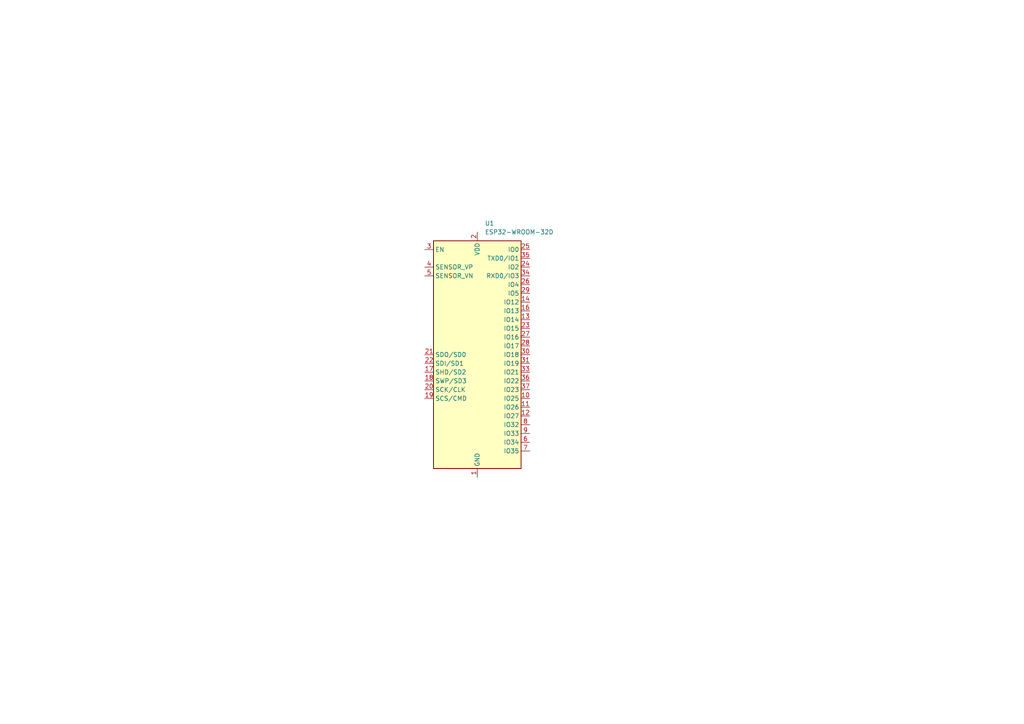
<source format=kicad_sch>
(kicad_sch (version 20230121) (generator eeschema)
  (paper "A4")
  (lib_symbols
    (symbol "RF_Module:ESP32-WROOM-32D"
      (property "Reference" "U" (at -12.7 34.29 0))
      (property "Value" "ESP32-WROOM-32D" (at 1.27 34.29 0))
      (symbol "ESP32-WROOM-32D_0_1"
        (rectangle (start -12.7 33.02) (end 12.7 -33.02) (stroke (width 0.254)) (fill (type background)))
      )
      (symbol "ESP32-WROOM-32D_1_1"
        (pin power_in line (at 0 -35.56 90) (length 2.54) (name "GND") (number "1"))
        (pin bidirectional line (at 15.24 -12.7 180) (length 2.54) (name "IO25") (number "10"))
        (pin bidirectional line (at 15.24 -15.24 180) (length 2.54) (name "IO26") (number "11"))
        (pin bidirectional line (at 15.24 -17.78 180) (length 2.54) (name "IO27") (number "12"))
        (pin bidirectional line (at 15.24 10.16 180) (length 2.54) (name "IO14") (number "13"))
        (pin bidirectional line (at 15.24 15.24 180) (length 2.54) (name "IO12") (number "14"))
        (pin passive line (at 0 -35.56 90) (length 2.54) hide (name "GND") (number "15"))
        (pin bidirectional line (at 15.24 12.7 180) (length 2.54) (name "IO13") (number "16"))
        (pin bidirectional line (at -15.24 -5.08 0) (length 2.54) (name "SHD/SD2") (number "17"))
        (pin bidirectional line (at -15.24 -7.62 0) (length 2.54) (name "SWP/SD3") (number "18"))
        (pin bidirectional line (at -15.24 -12.7 0) (length 2.54) (name "SCS/CMD") (number "19"))
        (pin power_in line (at 0 35.56 270) (length 2.54) (name "VDD") (number "2"))
        (pin bidirectional line (at -15.24 -10.16 0) (length 2.54) (name "SCK/CLK") (number "20"))
        (pin bidirectional line (at -15.24 0 0) (length 2.54) (name "SDO/SD0") (number "21"))
        (pin bidirectional line (at -15.24 -2.54 0) (length 2.54) (name "SDI/SD1") (number "22"))
        (pin bidirectional line (at 15.24 7.62 180) (length 2.54) (name "IO15") (number "23"))
        (pin bidirectional line (at 15.24 25.4 180) (length 2.54) (name "IO2") (number "24"))
        (pin bidirectional line (at 15.24 30.48 180) (length 2.54) (name "IO0") (number "25"))
        (pin bidirectional line (at 15.24 20.32 180) (length 2.54) (name "IO4") (number "26"))
        (pin bidirectional line (at 15.24 5.08 180) (length 2.54) (name "IO16") (number "27"))
        (pin bidirectional line (at 15.24 2.54 180) (length 2.54) (name "IO17") (number "28"))
        (pin bidirectional line (at 15.24 17.78 180) (length 2.54) (name "IO5") (number "29"))
        (pin input line (at -15.24 30.48 0) (length 2.54) (name "EN") (number "3"))
        (pin bidirectional line (at 15.24 0 180) (length 2.54) (name "IO18") (number "30"))
        (pin bidirectional line (at 15.24 -2.54 180) (length 2.54) (name "IO19") (number "31"))
        (pin no_connect line (at -12.7 -27.94 0) (length 2.54) hide (name "NC") (number "32"))
        (pin bidirectional line (at 15.24 -5.08 180) (length 2.54) (name "IO21") (number "33"))
        (pin bidirectional line (at 15.24 22.86 180) (length 2.54) (name "RXD0/IO3") (number "34"))
        (pin bidirectional line (at 15.24 27.94 180) (length 2.54) (name "TXD0/IO1") (number "35"))
        (pin bidirectional line (at 15.24 -7.62 180) (length 2.54) (name "IO22") (number "36"))
        (pin bidirectional line (at 15.24 -10.16 180) (length 2.54) (name "IO23") (number "37"))
        (pin passive line (at 0 -35.56 90) (length 2.54) hide (name "GND") (number "38"))
        (pin passive line (at 0 -35.56 90) (length 2.54) hide (name "GND") (number "39"))
        (pin input line (at -15.24 25.4 0) (length 2.54) (name "SENSOR_VP") (number "4"))
        (pin input line (at -15.24 22.86 0) (length 2.54) (name "SENSOR_VN") (number "5"))
        (pin input line (at 15.24 -25.4 180) (length 2.54) (name "IO34") (number "6"))
        (pin input line (at 15.24 -27.94 180) (length 2.54) (name "IO35") (number "7"))
        (pin bidirectional line (at 15.24 -20.32 180) (length 2.54) (name "IO32") (number "8"))
        (pin bidirectional line (at 15.24 -22.86 180) (length 2.54) (name "IO33") (number "9"))
      )
    )
  )
  (symbol (lib_id "RF_Module:ESP32-WROOM-32D") (at 138.43 102.87 0) (unit 1)
    (property "Reference" "U1" (at 140.6241 64.77 0) (effects (justify left)))
    (property "Value" "ESP32-WROOM-32D" (at 140.6241 67.31 0) (effects (justify left)))
    (property "Footprint" "Alexander Footprints Library:ESP32-WROOM-Adapter-Large" (effects hide))
    (property "Datasheet" "https://www.espressif.com/sites/default/files/documentation/esp32-wroom-32d_esp32-wroom-32u_datasheet_en.pdf" (effects hide))
  )
)
</source>
